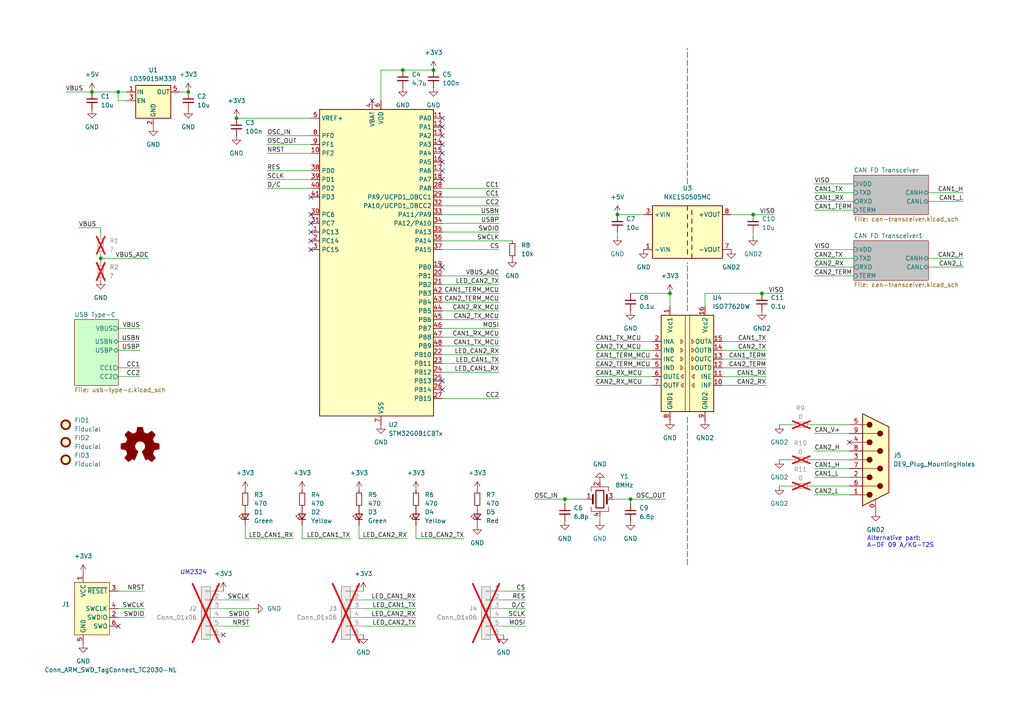
<source format=kicad_sch>
(kicad_sch (version 20231120) (generator "eeschema") (generator_version "8.0")
  (paper "A4")
  (title_block (title "Canis v1"))
  (lib_symbols
    (symbol "Connector:Conn_ARM_SWD_TagConnect_TC2030-NL" (in_bom no)
      (property "Reference" "J" (at 2.54 11.43 0))
      (property "Value" "Conn_ARM_SWD_TagConnect_TC2030-NL" (at 2.54 8.89 0))
      (symbol "Conn_ARM_SWD_TagConnect_TC2030-NL_0_0"
        (pin power_in line (at -2.54 10.16 270) (length 2.54) (name "VCC") (number "1"))
        (pin bidirectional line (at 7.62 -2.54 180) (length 2.54) (name "SWDIO") (number "2"))
        (pin open_collector line (at 7.62 5.08 180) (length 2.54) (name "~{RESET}") (number "3"))
        (pin output line (at 7.62 0 180) (length 2.54) (name "SWCLK") (number "4"))
        (pin power_in line (at -2.54 -10.16 90) (length 2.54) (name "GND") (number "5"))
        (pin input line (at 7.62 -5.08 180) (length 2.54) (name "SWO") (number "6"))
      )
    )
    (symbol "Connector:DE9_Plug_MountingHoles" (pin_names (offset 1.016) hide)
      (property "Reference" "J" (at 0 16.51 0))
      (property "Value" "DE9_Plug_MountingHoles" (at 0 14.605 0))
      (symbol "DE9_Plug_MountingHoles_1_1"
        (pin passive line (at 0 -15.24 90) (length 3.81) (name "PAD") (number "0"))
        (pin passive line (at -7.62 -10.16 0) (length 3.81) (name "1") (number "1"))
        (pin passive line (at -7.62 -5.08 0) (length 3.81) (name "2") (number "2"))
        (pin passive line (at -7.62 0 0) (length 3.81) (name "3") (number "3"))
        (pin passive line (at -7.62 5.08 0) (length 3.81) (name "4") (number "4"))
        (pin passive line (at -7.62 10.16 0) (length 3.81) (name "5") (number "5"))
        (pin passive line (at -7.62 -7.62 0) (length 3.81) (name "6") (number "6"))
        (pin passive line (at -7.62 -2.54 0) (length 3.81) (name "7") (number "7"))
        (pin passive line (at -7.62 2.54 0) (length 3.81) (name "8") (number "8"))
        (pin passive line (at -7.62 7.62 0) (length 3.81) (name "9") (number "9"))
      )
    )
    (symbol "Connector_Generic:Conn_01x06" (pin_names (offset 1.016) hide)
      (property "Reference" "J" (at 0 7.62 0))
      (property "Value" "Conn_01x06" (at 0 -10.16 0))
      (symbol "Conn_01x06_1_1"
        (pin passive line (at -5.08 5.08 0) (length 3.81) (name "Pin_1") (number "1"))
        (pin passive line (at -5.08 2.54 0) (length 3.81) (name "Pin_2") (number "2"))
        (pin passive line (at -5.08 0 0) (length 3.81) (name "Pin_3") (number "3"))
        (pin passive line (at -5.08 -2.54 0) (length 3.81) (name "Pin_4") (number "4"))
        (pin passive line (at -5.08 -5.08 0) (length 3.81) (name "Pin_5") (number "5"))
        (pin passive line (at -5.08 -7.62 0) (length 3.81) (name "Pin_6") (number "6"))
      )
    )
    (symbol "Device:C_Small" (pin_numbers hide) (pin_names (offset 0.254) hide)
      (property "Reference" "C" (at 0.254 1.778 0))
      (property "Value" "C_Small" (at 0.254 -2.032 0))
      (symbol "C_Small_1_1"
        (pin passive line (at 0 2.54 270) (length 2.032) (name "~") (number "1"))
        (pin passive line (at 0 -2.54 90) (length 2.032) (name "~") (number "2"))
      )
    )
    (symbol "Device:Crystal_GND24" (pin_names (offset 1.016) hide)
      (property "Reference" "Y" (at 3.175 5.08 0))
      (property "Value" "Crystal_GND24" (at 3.175 3.175 0))
      (symbol "Crystal_GND24_1_1"
        (pin passive line (at -3.81 0 0) (length 1.27) (name "1") (number "1"))
        (pin passive line (at 0 5.08 270) (length 1.27) (name "2") (number "2"))
        (pin passive line (at 3.81 0 180) (length 1.27) (name "3") (number "3"))
        (pin passive line (at 0 -5.08 90) (length 1.27) (name "4") (number "4"))
      )
    )
    (symbol "Device:LED_Small" (pin_numbers hide) (pin_names (offset 0.254) hide)
      (property "Reference" "D" (at -1.27 3.175 0))
      (property "Value" "LED_Small" (at -4.445 -2.54 0))
      (symbol "LED_Small_1_1"
        (pin passive line (at -2.54 0 0) (length 1.778) (name "K") (number "1"))
        (pin passive line (at 2.54 0 180) (length 1.778) (name "A") (number "2"))
      )
    )
    (symbol "Device:R_Small" (pin_numbers hide) (pin_names (offset 0.254) hide)
      (property "Reference" "R" (at 0.762 0.508 0))
      (property "Value" "R_Small" (at 0.762 -1.016 0))
      (symbol "R_Small_1_1"
        (pin passive line (at 0 2.54 270) (length 0.762) (name "~") (number "1"))
        (pin passive line (at 0 -2.54 90) (length 0.762) (name "~") (number "2"))
      )
    )
    (symbol "Graphic:Logo_Open_Hardware_Small" (in_bom no) (on_board no))
    (symbol "Isolator:ISO7762DW"
      (property "Reference" "U" (at 8.255 14.605 0))
      (property "Value" "ISO7762DW" (at 8.255 12.065 0))
      (symbol "ISO7762DW_1_1"
        (pin power_in line (at -5.08 17.78 270) (length 2.54) (name "Vcc1") (number "1"))
        (pin input line (at 10.16 -5.08 180) (length 2.54) (name "INF") (number "10"))
        (pin input line (at 10.16 -2.54 180) (length 2.54) (name "INE") (number "11"))
        (pin output line (at 10.16 0 180) (length 2.54) (name "OUTD") (number "12"))
        (pin output line (at 10.16 2.54 180) (length 2.54) (name "OUTC") (number "13"))
        (pin output line (at 10.16 5.08 180) (length 2.54) (name "OUTB") (number "14"))
        (pin output line (at 10.16 7.62 180) (length 2.54) (name "OUTA") (number "15"))
        (pin power_in line (at 5.08 17.78 270) (length 2.54) (name "Vcc2") (number "16"))
        (pin input line (at -10.16 7.62 0) (length 2.54) (name "INA") (number "2"))
        (pin input line (at -10.16 5.08 0) (length 2.54) (name "INB") (number "3"))
        (pin input line (at -10.16 2.54 0) (length 2.54) (name "INC") (number "4"))
        (pin input line (at -10.16 0 0) (length 2.54) (name "IND") (number "5"))
        (pin output line (at -10.16 -2.54 0) (length 2.54) (name "OUTE") (number "6"))
        (pin output line (at -10.16 -5.08 0) (length 2.54) (name "OUTF") (number "7"))
        (pin power_in line (at -5.08 -15.24 90) (length 2.54) (name "GND1") (number "8"))
        (pin power_in line (at 5.08 -15.24 90) (length 2.54) (name "GND2") (number "9"))
      )
    )
    (symbol "MCU_ST_STM32G0:STM32G0B1CBTx"
      (property "Reference" "U" (at -15.24 46.99 0))
      (property "Value" "STM32G0B1CBTx" (at 5.08 46.99 0))
      (symbol "STM32G0B1CBTx_1_1"
        (pin bidirectional line (at -17.78 10.16 0) (length 2.54) (name "PC13") (number "1"))
        (pin bidirectional line (at -17.78 33.02 0) (length 2.54) (name "PF2") (number "10"))
        (pin bidirectional line (at 20.32 43.18 180) (length 2.54) (name "PA0") (number "11"))
        (pin bidirectional line (at 20.32 40.64 180) (length 2.54) (name "PA1") (number "12"))
        (pin bidirectional line (at 20.32 38.1 180) (length 2.54) (name "PA2") (number "13"))
        (pin bidirectional line (at 20.32 35.56 180) (length 2.54) (name "PA3") (number "14"))
        (pin bidirectional line (at 20.32 33.02 180) (length 2.54) (name "PA4") (number "15"))
        (pin bidirectional line (at 20.32 30.48 180) (length 2.54) (name "PA5") (number "16"))
        (pin bidirectional line (at 20.32 27.94 180) (length 2.54) (name "PA6") (number "17"))
        (pin bidirectional line (at 20.32 25.4 180) (length 2.54) (name "PA7") (number "18"))
        (pin bidirectional line (at 20.32 0 180) (length 2.54) (name "PB0") (number "19"))
        (pin bidirectional line (at -17.78 7.62 0) (length 2.54) (name "PC14") (number "2"))
        (pin bidirectional line (at 20.32 -2.54 180) (length 2.54) (name "PB1") (number "20"))
        (pin bidirectional line (at 20.32 -5.08 180) (length 2.54) (name "PB2") (number "21"))
        (pin bidirectional line (at 20.32 -25.4 180) (length 2.54) (name "PB10") (number "22"))
        (pin bidirectional line (at 20.32 -27.94 180) (length 2.54) (name "PB11") (number "23"))
        (pin bidirectional line (at 20.32 -30.48 180) (length 2.54) (name "PB12") (number "24"))
        (pin bidirectional line (at 20.32 -33.02 180) (length 2.54) (name "PB13") (number "25"))
        (pin bidirectional line (at 20.32 -35.56 180) (length 2.54) (name "PB14") (number "26"))
        (pin bidirectional line (at 20.32 -38.1 180) (length 2.54) (name "PB15") (number "27"))
        (pin bidirectional line (at 20.32 22.86 180) (length 2.54) (name "PA8") (number "28"))
        (pin bidirectional line (at 20.32 20.32 180) (length 2.54) (name "PA9/UCPD1_DBCC1") (number "29"))
        (pin bidirectional line (at -17.78 5.08 0) (length 2.54) (name "PC15") (number "3"))
        (pin bidirectional line (at -17.78 15.24 0) (length 2.54) (name "PC6") (number "30"))
        (pin bidirectional line (at -17.78 12.7 0) (length 2.54) (name "PC7") (number "31"))
        (pin bidirectional line (at 20.32 17.78 180) (length 2.54) (name "PA10/UCPD1_DBCC2") (number "32"))
        (pin bidirectional line (at 20.32 15.24 180) (length 2.54) (name "PA11/PA9") (number "33"))
        (pin bidirectional line (at 20.32 12.7 180) (length 2.54) (name "PA12/PA10") (number "34"))
        (pin bidirectional line (at 20.32 10.16 180) (length 2.54) (name "PA13") (number "35"))
        (pin bidirectional line (at 20.32 7.62 180) (length 2.54) (name "PA14") (number "36"))
        (pin bidirectional line (at 20.32 5.08 180) (length 2.54) (name "PA15") (number "37"))
        (pin bidirectional line (at -17.78 27.94 0) (length 2.54) (name "PD0") (number "38"))
        (pin bidirectional line (at -17.78 25.4 0) (length 2.54) (name "PD1") (number "39"))
        (pin power_in line (at 0 48.26 270) (length 2.54) (name "VBAT") (number "4"))
        (pin bidirectional line (at -17.78 22.86 0) (length 2.54) (name "PD2") (number "40"))
        (pin bidirectional line (at -17.78 20.32 0) (length 2.54) (name "PD3") (number "41"))
        (pin bidirectional line (at 20.32 -7.62 180) (length 2.54) (name "PB3") (number "42"))
        (pin bidirectional line (at 20.32 -10.16 180) (length 2.54) (name "PB4") (number "43"))
        (pin bidirectional line (at 20.32 -12.7 180) (length 2.54) (name "PB5") (number "44"))
        (pin bidirectional line (at 20.32 -15.24 180) (length 2.54) (name "PB6") (number "45"))
        (pin bidirectional line (at 20.32 -17.78 180) (length 2.54) (name "PB7") (number "46"))
        (pin bidirectional line (at 20.32 -20.32 180) (length 2.54) (name "PB8") (number "47"))
        (pin bidirectional line (at 20.32 -22.86 180) (length 2.54) (name "PB9") (number "48"))
        (pin input line (at -17.78 43.18 0) (length 2.54) (name "VREF+") (number "5"))
        (pin power_in line (at 2.54 48.26 270) (length 2.54) (name "VDD") (number "6"))
        (pin power_in line (at 2.54 -45.72 90) (length 2.54) (name "VSS") (number "7"))
        (pin bidirectional line (at -17.78 38.1 0) (length 2.54) (name "PF0") (number "8"))
        (pin bidirectional line (at -17.78 35.56 0) (length 2.54) (name "PF1") (number "9"))
      )
    )
    (symbol "Mechanical:Fiducial" (exclude_from_sim yes) (in_bom no)
      (property "Reference" "FID" (at 0 5.08 0))
      (property "Value" "Fiducial" (at 0 3.175 0))
    )
    (symbol "Regulator_Linear:LD39015M33R" (pin_names (offset 0.254))
      (property "Reference" "U" (at -3.81 5.715 0))
      (property "Value" "LD39015M33R" (at 0 5.715 0))
      (symbol "LD39015M33R_1_1"
        (pin power_in line (at -7.62 2.54 0) (length 2.54) (name "IN") (number "1"))
        (pin power_in line (at 0 -7.62 90) (length 2.54) (name "GND") (number "2"))
        (pin input line (at -7.62 0 0) (length 2.54) (name "EN") (number "3"))
        (pin no_connect line (at 5.08 0 180) (length 2.54) hide (name "NC") (number "4"))
        (pin power_out line (at 7.62 2.54 180) (length 2.54) (name "OUT") (number "5"))
      )
    )
    (symbol "Regulator_Switching:NXE1S0505MC"
      (property "Reference" "U" (at -8.89 8.89 0))
      (property "Value" "NXE1S0505MC" (at 2.54 8.89 0))
      (symbol "NXE1S0505MC_1_1"
        (pin power_in line (at -12.7 -5.08 0) (length 2.54) (name "-VIN") (number "1"))
        (pin no_connect line (at -10.16 0 0) (length 2.54) hide (name "NC") (number "14"))
        (pin power_in line (at -12.7 5.08 0) (length 2.54) (name "+VIN") (number "3"))
        (pin power_out line (at 12.7 -5.08 180) (length 2.54) (name "-VOUT") (number "7"))
        (pin power_out line (at 12.7 5.08 180) (length 2.54) (name "+VOUT") (number "8"))
      )
    )
    (symbol "power:+3V3" (power) (pin_numbers hide) (pin_names (offset 0) hide)
      (property "Value" "+3V3" (at 0 3.556 0))
      (symbol "+3V3_1_1"
        (pin power_in line (at 0 0 90) (length 0) (name "~") (number "1"))
      )
    )
    (symbol "power:+5V" (power) (pin_numbers hide) (pin_names (offset 0) hide)
      (property "Value" "+5V" (at 0 3.556 0))
      (symbol "+5V_1_1"
        (pin power_in line (at 0 0 90) (length 0) (name "~") (number "1"))
      )
    )
    (symbol "power:GND" (power) (pin_numbers hide) (pin_names (offset 0) hide)
      (property "Value" "GND" (at 0 -3.81 0))
      (symbol "GND_1_1"
        (pin power_in line (at 0 0 270) (length 0) (name "~") (number "1"))
      )
    )
    (symbol "power:GND1" (power) (pin_numbers hide) (pin_names (offset 0) hide)
      (property "Value" "GND1" (at 0 -3.81 0))
      (symbol "GND1_1_1"
        (pin power_in line (at 0 0 270) (length 0) (name "~") (number "1"))
      )
    )
  )
  (junction (at 116.84 20.32))
  (junction (at 182.88 144.78))
  (junction (at 26.67 26.67))
  (junction (at 163.83 144.78))
  (junction (at 54.61 26.67))
  (junction (at 68.58 34.29))
  (junction (at 220.98 85.09))
  (junction (at 125.73 20.32))
  (junction (at 34.29 26.67))
  (junction (at 29.21 74.93))
  (junction (at 194.31 85.09))
  (junction (at 218.44 62.23))
  (junction (at 179.07 62.23))
  (no_connect (at 128.27 34.29))
  (no_connect (at 128.27 39.37))
  (no_connect (at 128.27 77.47))
  (no_connect (at 128.27 110.49))
  (no_connect (at 90.17 67.31))
  (no_connect (at 90.17 69.85))
  (no_connect (at 34.29 181.61))
  (no_connect (at 128.27 113.03))
  (no_connect (at 64.77 184.15))
  (no_connect (at 107.95 29.21))
  (no_connect (at 128.27 36.83))
  (no_connect (at 128.27 52.07))
  (no_connect (at 246.38 128.27))
  (no_connect (at 128.27 49.53))
  (no_connect (at 90.17 72.39))
  (no_connect (at 90.17 57.15))
  (no_connect (at 128.27 46.99))
  (no_connect (at 128.27 41.91))
  (no_connect (at 90.17 62.23))
  (no_connect (at 90.17 64.77))
  (no_connect (at 128.27 44.45))
  (wire (pts (xy 172.72 111.76) (xy 189.23 111.76)))
  (wire (pts (xy 128.27 85.09) (xy 144.78 85.09)))
  (wire (pts (xy 146.05 179.07) (xy 152.4 179.07)))
  (wire (pts (xy 209.55 111.76) (xy 222.25 111.76)))
  (wire (pts (xy 128.27 72.39) (xy 144.78 72.39)))
  (wire (pts (xy 36.83 29.21) (xy 34.29 29.21)))
  (wire (pts (xy 77.47 41.91) (xy 90.17 41.91)))
  (wire (pts (xy 110.49 29.21) (xy 110.49 20.32)))
  (wire (pts (xy 226.06 133.35) (xy 229.87 133.35)))
  (wire (pts (xy 236.22 80.01) (xy 247.65 80.01)))
  (wire (pts (xy 41.91 171.45) (xy 34.29 171.45)))
  (wire (pts (xy 269.24 77.47) (xy 279.4 77.47)))
  (wire (pts (xy 172.72 101.6) (xy 189.23 101.6)))
  (wire (pts (xy 269.24 55.88) (xy 279.4 55.88)))
  (wire (pts (xy 163.83 146.05) (xy 163.83 144.78)))
  (wire (pts (xy 29.21 66.04) (xy 29.21 68.58)))
  (wire (pts (xy 128.27 95.25) (xy 144.78 95.25)))
  (wire (pts (xy 34.29 99.06) (xy 40.64 99.06)))
  (polyline (pts (xy 199.39 90.17) (xy 199.39 76.2)) (stroke (width 0) (type dash)))
  (wire (pts (xy 128.27 102.87) (xy 144.78 102.87)))
  (wire (pts (xy 146.05 173.99) (xy 152.4 173.99)))
  (wire (pts (xy 128.27 105.41) (xy 144.78 105.41)))
  (wire (pts (xy 236.22 58.42) (xy 247.65 58.42)))
  (wire (pts (xy 236.22 138.43) (xy 246.38 138.43)))
  (polyline (pts (xy 199.39 163.83) (xy 199.39 120.65)) (stroke (width 0) (type dash)))
  (wire (pts (xy 128.27 82.55) (xy 144.78 82.55)))
  (wire (pts (xy 236.22 135.89) (xy 246.38 135.89)))
  (wire (pts (xy 234.95 133.35) (xy 246.38 133.35)))
  (wire (pts (xy 68.58 34.29) (xy 90.17 34.29)))
  (wire (pts (xy 172.72 104.14) (xy 189.23 104.14)))
  (wire (pts (xy 182.88 144.78) (xy 182.88 146.05)))
  (wire (pts (xy 72.39 179.07) (xy 64.77 179.07)))
  (wire (pts (xy 172.72 99.06) (xy 189.23 99.06)))
  (wire (pts (xy 105.41 173.99) (xy 120.65 173.99)))
  (wire (pts (xy 236.22 77.47) (xy 247.65 77.47)))
  (wire (pts (xy 34.29 106.68) (xy 40.64 106.68)))
  (wire (pts (xy 71.12 156.21) (xy 85.09 156.21)))
  (wire (pts (xy 236.22 74.93) (xy 247.65 74.93)))
  (wire (pts (xy 236.22 55.88) (xy 247.65 55.88)))
  (wire (pts (xy 77.47 49.53) (xy 90.17 49.53)))
  (wire (pts (xy 105.41 176.53) (xy 120.65 176.53)))
  (wire (pts (xy 128.27 62.23) (xy 144.78 62.23)))
  (wire (pts (xy 218.44 62.23) (xy 224.79 62.23)))
  (wire (pts (xy 209.55 104.14) (xy 222.25 104.14)))
  (wire (pts (xy 34.29 176.53) (xy 41.91 176.53)))
  (wire (pts (xy 77.47 52.07) (xy 90.17 52.07)))
  (wire (pts (xy 105.41 179.07) (xy 120.65 179.07)))
  (wire (pts (xy 179.07 62.23) (xy 186.69 62.23)))
  (wire (pts (xy 194.31 85.09) (xy 194.31 88.9)))
  (wire (pts (xy 209.55 106.68) (xy 222.25 106.68)))
  (wire (pts (xy 116.84 20.32) (xy 125.73 20.32)))
  (wire (pts (xy 87.63 152.4) (xy 87.63 156.21)))
  (wire (pts (xy 128.27 54.61) (xy 144.78 54.61)))
  (wire (pts (xy 34.29 101.6) (xy 40.64 101.6)))
  (wire (pts (xy 71.12 152.4) (xy 71.12 156.21)))
  (wire (pts (xy 34.29 95.25) (xy 40.64 95.25)))
  (wire (pts (xy 77.47 54.61) (xy 90.17 54.61)))
  (wire (pts (xy 128.27 57.15) (xy 144.78 57.15)))
  (wire (pts (xy 87.63 156.21) (xy 101.6 156.21)))
  (wire (pts (xy 182.88 85.09) (xy 194.31 85.09)))
  (wire (pts (xy 236.22 53.34) (xy 247.65 53.34)))
  (wire (pts (xy 146.05 181.61) (xy 152.4 181.61)))
  (wire (pts (xy 36.83 26.67) (xy 34.29 26.67)))
  (wire (pts (xy 34.29 26.67) (xy 26.67 26.67)))
  (wire (pts (xy 22.86 66.04) (xy 29.21 66.04)))
  (wire (pts (xy 269.24 74.93) (xy 279.4 74.93)))
  (wire (pts (xy 128.27 67.31) (xy 144.78 67.31)))
  (polyline (pts (xy 199.39 53.34) (xy 199.39 13.97)) (stroke (width 0) (type dash)))
  (wire (pts (xy 128.27 69.85) (xy 148.59 69.85)))
  (wire (pts (xy 128.27 100.33) (xy 144.78 100.33)))
  (wire (pts (xy 120.65 152.4) (xy 120.65 156.21)))
  (wire (pts (xy 105.41 181.61) (xy 120.65 181.61)))
  (wire (pts (xy 120.65 156.21) (xy 134.62 156.21)))
  (wire (pts (xy 43.18 74.93) (xy 29.21 74.93)))
  (wire (pts (xy 227.33 85.09) (xy 220.98 85.09)))
  (wire (pts (xy 236.22 130.81) (xy 246.38 130.81)))
  (wire (pts (xy 144.78 115.57) (xy 128.27 115.57)))
  (wire (pts (xy 128.27 64.77) (xy 144.78 64.77)))
  (wire (pts (xy 173.99 151.13) (xy 173.99 149.86)))
  (wire (pts (xy 226.06 140.97) (xy 229.87 140.97)))
  (wire (pts (xy 104.14 152.4) (xy 104.14 156.21)))
  (wire (pts (xy 209.55 99.06) (xy 222.25 99.06)))
  (wire (pts (xy 163.83 144.78) (xy 170.18 144.78)))
  (wire (pts (xy 146.05 171.45) (xy 152.4 171.45)))
  (wire (pts (xy 29.21 73.66) (xy 29.21 74.93)))
  (wire (pts (xy 128.27 90.17) (xy 144.78 90.17)))
  (wire (pts (xy 19.05 26.67) (xy 26.67 26.67)))
  (wire (pts (xy 220.98 85.09) (xy 204.47 85.09)))
  (wire (pts (xy 154.94 144.78) (xy 163.83 144.78)))
  (wire (pts (xy 234.95 140.97) (xy 246.38 140.97)))
  (wire (pts (xy 73.66 176.53) (xy 64.77 176.53)))
  (wire (pts (xy 209.55 109.22) (xy 222.25 109.22)))
  (wire (pts (xy 77.47 44.45) (xy 90.17 44.45)))
  (wire (pts (xy 77.47 39.37) (xy 90.17 39.37)))
  (wire (pts (xy 52.07 26.67) (xy 54.61 26.67)))
  (wire (pts (xy 34.29 29.21) (xy 34.29 26.67)))
  (wire (pts (xy 193.04 144.78) (xy 182.88 144.78)))
  (wire (pts (xy 204.47 85.09) (xy 204.47 88.9)))
  (wire (pts (xy 172.72 106.68) (xy 189.23 106.68)))
  (wire (pts (xy 172.72 109.22) (xy 189.23 109.22)))
  (wire (pts (xy 128.27 87.63) (xy 144.78 87.63)))
  (wire (pts (xy 72.39 173.99) (xy 64.77 173.99)))
  (wire (pts (xy 128.27 80.01) (xy 144.78 80.01)))
  (wire (pts (xy 41.91 179.07) (xy 34.29 179.07)))
  (wire (pts (xy 29.21 74.93) (xy 29.21 76.2)))
  (wire (pts (xy 209.55 101.6) (xy 222.25 101.6)))
  (wire (pts (xy 128.27 107.95) (xy 144.78 107.95)))
  (wire (pts (xy 110.49 20.32) (xy 116.84 20.32)))
  (wire (pts (xy 279.4 58.42) (xy 269.24 58.42)))
  (wire (pts (xy 128.27 97.79) (xy 144.78 97.79)))
  (wire (pts (xy 72.39 181.61) (xy 64.77 181.61)))
  (wire (pts (xy 179.07 68.58) (xy 179.07 67.31)))
  (wire (pts (xy 236.22 60.96) (xy 247.65 60.96)))
  (wire (pts (xy 218.44 67.31) (xy 218.44 68.58)))
  (wire (pts (xy 212.09 62.23) (xy 218.44 62.23)))
  (wire (pts (xy 34.29 109.22) (xy 40.64 109.22)))
  (wire (pts (xy 234.95 123.19) (xy 246.38 123.19)))
  (wire (pts (xy 177.8 144.78) (xy 182.88 144.78)))
  (wire (pts (xy 128.27 59.69) (xy 144.78 59.69)))
  (wire (pts (xy 236.22 125.73) (xy 246.38 125.73)))
  (wire (pts (xy 104.14 156.21) (xy 118.11 156.21)))
  (wire (pts (xy 146.05 176.53) (xy 152.4 176.53)))
  (wire (pts (xy 128.27 92.71) (xy 144.78 92.71)))
  (wire (pts (xy 236.22 72.39) (xy 247.65 72.39)))
  (wire (pts (xy 236.22 143.51) (xy 246.38 143.51)))
  (wire (pts (xy 226.06 123.19) (xy 229.87 123.19)))
  (text "UM2324" (at 56.134 166.116 0) (effects (font (size 1.27 1.27))))
  (text "Alternative part:\nA-DF 09 A/KG-T2S" (at 251.46 157.226 0) (effects (font (size 1.27 1.27)) (justify left)))
  (label "CC1" (at 40.64 106.68 180))
  (label "CAN1_H" (at 236.22 135.89 0))
  (label "SWCLK" (at 41.91 176.53 180))
  (label "LED_CAN1_TX" (at 120.65 176.53 180))
  (label "USBN" (at 40.64 99.06 180))
  (label "USBP" (at 40.64 101.6 180))
  (label "CAN2_L" (at 236.22 143.51 0))
  (label "LED_CAN2_TX" (at 144.78 82.55 180))
  (label "LED_CAN1_RX" (at 144.78 107.95 180))
  (label "USBP" (at 144.78 64.77 180))
  (label "CC1" (at 144.78 57.15 180))
  (label "CAN2_TERM" (at 222.25 106.68 180))
  (label "LED_CAN1_TX" (at 101.6 156.21 180))
  (label "CAN2_TERM_MCU" (at 144.78 87.63 180))
  (label "VISO" (at 236.22 72.39 0))
  (label "SWDIO" (at 144.78 67.31 180))
  (label "CAN1_RX_MCU" (at 172.72 109.22 0))
  (label "VISO" (at 227.33 85.09 180))
  (label "SWCLK" (at 144.78 69.85 180))
  (label "RES" (at 152.4 173.99 180))
  (label "CAN2_TX" (at 236.22 74.93 0))
  (label "LED_CAN1_TX" (at 144.78 105.41 180))
  (label "CAN2_L" (at 279.4 77.47 180))
  (label "CAN1_L" (at 279.4 58.42 180))
  (label "CAN1_RX" (at 222.25 109.22 180))
  (label "OSC_IN" (at 154.94 144.78 0))
  (label "NRST" (at 77.47 44.45 0))
  (label "CC2" (at 144.78 115.57 180))
  (label "LED_CAN2_RX" (at 144.78 102.87 180))
  (label "CAN2_TERM_MCU" (at 172.72 106.68 0))
  (label "CC1" (at 144.78 54.61 180))
  (label "CAN1_TERM" (at 236.22 60.96 0))
  (label "CAN2_TX_MCU" (at 144.78 92.71 180))
  (label "VISO" (at 224.79 62.23 180))
  (label "CS" (at 152.4 171.45 180))
  (label "OSC_IN" (at 77.47 39.37 0))
  (label "LED_CAN1_RX" (at 85.09 156.21 180))
  (label "LED_CAN2_TX" (at 134.62 156.21 180))
  (label "D{slash}C" (at 152.4 176.53 180))
  (label "CAN1_H" (at 279.4 55.88 180))
  (label "CAN1_TX_MCU" (at 172.72 99.06 0))
  (label "CAN1_RX" (at 236.22 58.42 0))
  (label "CAN1_TX" (at 236.22 55.88 0))
  (label "OSC_OUT" (at 77.47 41.91 0))
  (label "SWDIO" (at 72.39 179.07 180))
  (label "CAN2_TX_MCU" (at 172.72 101.6 0))
  (label "CAN1_TX" (at 222.25 99.06 180))
  (label "CAN2_RX" (at 236.22 77.47 0))
  (label "LED_CAN2_TX" (at 120.65 181.61 180))
  (label "USBN" (at 144.78 62.23 180))
  (label "LED_CAN2_RX" (at 120.65 179.07 180))
  (label "VBUS" (at 19.05 26.67 0))
  (label "VBUS_ADC" (at 144.78 80.01 180))
  (label "LED_CAN2_RX" (at 118.11 156.21 180))
  (label "NRST" (at 41.91 171.45 180))
  (label "SWCLK" (at 72.39 173.99 180))
  (label "CC2" (at 40.64 109.22 180))
  (label "CAN_V+" (at 236.22 125.73 0))
  (label "CAN1_RX_MCU" (at 144.78 97.79 180))
  (label "CAN2_H" (at 279.4 74.93 180))
  (label "VBUS" (at 40.64 95.25 180))
  (label "CC2" (at 144.78 59.69 180))
  (label "SCLK" (at 152.4 179.07 180))
  (label "SWDIO" (at 41.91 179.07 180))
  (label "NRST" (at 72.39 181.61 180))
  (label "RES" (at 77.47 49.53 0))
  (label "CAN1_TERM_MCU" (at 144.78 85.09 180))
  (label "MOSI" (at 152.4 181.61 180))
  (label "CAN2_H" (at 236.22 130.81 0))
  (label "CAN2_TERM" (at 236.22 80.01 0))
  (label "CAN1_L" (at 236.22 138.43 0))
  (label "MOSI" (at 144.78 95.25 180))
  (label "CAN2_TX" (at 222.25 101.6 180))
  (label "SCLK" (at 77.47 52.07 0))
  (label "CAN2_RX_MCU" (at 172.72 111.76 0))
  (label "CAN2_RX" (at 222.25 111.76 180))
  (label "CAN1_TERM" (at 222.25 104.14 180))
  (label "D{slash}C" (at 77.47 54.61 0))
  (label "VBUS" (at 22.86 66.04 0))
  (label "LED_CAN1_RX" (at 120.65 173.99 180))
  (label "CAN1_TERM_MCU" (at 172.72 104.14 0))
  (label "CAN1_TX_MCU" (at 144.78 100.33 180))
  (label "CS" (at 144.78 72.39 180))
  (label "OSC_OUT" (at 193.04 144.78 180))
  (label "CAN2_RX_MCU" (at 144.78 90.17 180))
  (label "VBUS_ADC" (at 43.18 74.93 180))
  (label "VISO" (at 236.22 53.34 0))
  (symbol (lib_id "Device:R_Small") (at 29.21 78.74 0) (unit 1) (dnp yes)
    (property "Reference" "R2" (at 31.75 77.4699 0) (effects (justify left)))
    (property "Value" "?" (at 31.75 80.0099 0) (effects (justify left)))
    (property "Footprint" "Resistor_SMD:R_0603_1608Metric" (effects (hide yes)))
    (property "Description" "Resistor, small symbol" (effects (hide yes)))
  )
  (symbol (lib_id "Graphic:Logo_Open_Hardware_Small") (at 40.64 129.54 0) (unit 1) (exclude_from_sim yes) (in_bom no)
    (property "Reference" "SYM1" (effects (hide yes)))
    (property "Value" "Logo_Open_Hardware_Small" (effects (hide yes)))
    (property "Footprint" "Symbol:OSHW-Logo_5.7x6mm_SilkScreen" (effects (hide yes)))
    (property "Description" "Open Hardware logo, small" (effects (hide yes)))
  )
  (symbol (lib_id "Device:R_Small") (at 71.12 144.78 0) (unit 1)
    (property "Reference" "R3" (at 73.66 143.5099 0) (effects (justify left)))
    (property "Value" "470" (at 73.66 146.0499 0) (effects (justify left)))
    (property "Footprint" "Resistor_SMD:R_0603_1608Metric" (effects (hide yes)))
    (property "Description" "Resistor, small symbol" (effects (hide yes)))
    (property "MPN" "560112116067" (effects (hide yes)))
  )
  (symbol (lib_id "Mechanical:Fiducial") (at 19.05 123.19 0) (unit 1) (exclude_from_sim yes) (in_bom no)
    (property "Reference" "FID1" (at 21.59 121.9199 0) (effects (justify left)))
    (property "Value" "Fiducial" (at 21.59 124.4599 0) (effects (justify left)))
    (property "Footprint" "Fiducial:Fiducial_1.5mm_Mask3mm" (effects (hide yes)))
    (property "Description" "Fiducial Marker" (effects (hide yes)))
  )
  (symbol (lib_id "power:GND") (at 173.99 139.7 180) (unit 1)
    (property "Reference" "#PWR028" (effects (hide yes)))
    (property "Value" "GND" (at 173.99 134.62 0))
    (property "Description" "Power symbol creates a global label with name \"GND\" , ground" (effects (hide yes)))
  )
  (symbol (lib_id "power:GND") (at 182.88 90.17 0) (unit 1)
    (property "Reference" "#PWR032" (effects (hide yes)))
    (property "Value" "GND" (at 182.88 95.25 0))
    (property "Description" "Power symbol creates a global label with name \"GND\" , ground" (effects (hide yes)))
  )
  (symbol (lib_id "power:GND") (at 179.07 68.58 0) (unit 1)
    (property "Reference" "#PWR031" (effects (hide yes)))
    (property "Value" "GND" (at 179.07 73.66 0))
    (property "Description" "Power symbol creates a global label with name \"GND\" , ground" (effects (hide yes)))
  )
  (symbol (lib_id "power:GND") (at 125.73 25.4 0) (unit 1)
    (property "Reference" "#PWR022" (effects (hide yes)))
    (property "Value" "GND" (at 125.73 30.48 0))
    (property "Description" "Power symbol creates a global label with name \"GND\" , ground" (effects (hide yes)))
  )
  (symbol (lib_id "Device:R_Small") (at 232.41 140.97 90) (unit 1) (dnp yes)
    (property "Reference" "R11" (at 232.156 136.144 90))
    (property "Value" "0" (at 232.156 138.684 90))
    (property "Footprint" "Resistor_SMD:R_0603_1608Metric" (effects (hide yes)))
    (property "Description" "Resistor, small symbol" (effects (hide yes)))
    (property "MPN" "560112116001" (effects (hide yes)))
  )
  (symbol (lib_id "power:GND1") (at 226.06 133.35 0) (unit 1)
    (property "Reference" "#PWR042" (effects (hide yes)))
    (property "Value" "GND2" (at 226.06 138.43 0))
    (property "Description" "Power symbol creates a global label with name \"GND1\" , ground" (effects (hide yes)))
  )
  (symbol (lib_id "power:+3V3") (at 194.31 85.09 0) (unit 1)
    (property "Reference" "#PWR035" (effects (hide yes)))
    (property "Value" "+3V3" (at 194.31 80.01 0))
    (property "Description" "Power symbol creates a global label with name \"+3V3\"" (effects (hide yes)))
  )
  (symbol (lib_id "power:GND") (at 26.67 31.75 0) (unit 1)
    (property "Reference" "#PWR04" (effects (hide yes)))
    (property "Value" "GND" (at 26.67 36.83 0))
    (property "Description" "Power symbol creates a global label with name \"GND\" , ground" (effects (hide yes)))
  )
  (symbol (lib_id "MCU_ST_STM32G0:STM32G0B1CBTx") (at 107.95 77.47 0) (unit 1)
    (property "Reference" "U2" (at 112.6841 123.19 0) (effects (justify left)))
    (property "Value" "STM32G0B1CBTx" (at 112.6841 125.73 0) (effects (justify left)))
    (property "Footprint" "Package_QFP:LQFP-48_7x7mm_P0.5mm" (effects (hide yes)))
    (property "Datasheet" "https://www.st.com/resource/en/datasheet/stm32g0b1cb.pdf" (effects (hide yes)))
    (property "Description" "STMicroelectronics Arm Cortex-M0+ MCU, 128KB flash, 144KB RAM, 64 MHz, 1.7-3.6V, 44 GPIO, LQFP48" (effects (hide yes)))
  )
  (symbol (lib_id "Device:C_Small") (at 163.83 148.59 0) (unit 1)
    (property "Reference" "C6" (at 166.37 147.3262 0) (effects (justify left)))
    (property "Value" "6.8p" (at 166.37 149.8662 0) (effects (justify left)))
    (property "Footprint" "Capacitor_SMD:C_0603_1608Metric" (effects (hide yes)))
    (property "Description" "Unpolarized capacitor, small symbol" (effects (hide yes)))
    (property "MPN" "885012006050" (effects (hide yes)))
  )
  (symbol (lib_id "power:GND") (at 105.41 184.15 0) (unit 1)
    (property "Reference" "#PWR017" (effects (hide yes)))
    (property "Value" "GND" (at 105.41 189.23 0))
    (property "Description" "Power symbol creates a global label with name \"GND\" , ground" (effects (hide yes)))
  )
  (symbol (lib_id "power:GND") (at 163.83 151.13 0) (unit 1)
    (property "Reference" "#PWR027" (effects (hide yes)))
    (property "Value" "GND" (at 163.83 156.21 0))
    (property "Description" "Power symbol creates a global label with name \"GND\" , ground" (effects (hide yes)))
  )
  (symbol (lib_id "power:GND") (at 54.61 31.75 0) (unit 1)
    (property "Reference" "#PWR08" (effects (hide yes)))
    (property "Value" "GND" (at 54.61 36.83 0))
    (property "Description" "Power symbol creates a global label with name \"GND\" , ground" (effects (hide yes)))
  )
  (symbol (lib_id "Device:LED_Small") (at 138.43 149.86 90) (unit 1)
    (property "Reference" "D5" (at 140.97 148.5264 90) (effects (justify right)))
    (property "Value" "Red" (at 140.97 151.0664 90) (effects (justify right)))
    (property "Footprint" "LED_SMD:LED_0603_1608Metric" (effects (hide yes)))
    (property "Description" "Light emitting diode, small symbol" (effects (hide yes)))
    (property "MPN" "150060SS75000" (effects (hide yes)))
  )
  (symbol (lib_id "Device:LED_Small") (at 71.12 149.86 90) (unit 1)
    (property "Reference" "D1" (at 73.66 148.5264 90) (effects (justify right)))
    (property "Value" "Green" (at 73.66 151.0664 90) (effects (justify right)))
    (property "Footprint" "LED_SMD:LED_0603_1608Metric" (effects (hide yes)))
    (property "Description" "Light emitting diode, small symbol" (effects (hide yes)))
    (property "MPN" "150060VS75000" (effects (hide yes)))
  )
  (symbol (lib_id "Device:C_Small") (at 218.44 64.77 180) (unit 1)
    (property "Reference" "C10" (at 220.98 63.4935 0) (effects (justify right)))
    (property "Value" "10u" (at 220.98 66.0335 0) (effects (justify right)))
    (property "Footprint" "Capacitor_SMD:C_0805_2012Metric" (effects (hide yes)))
    (property "Description" "Unpolarized capacitor, small symbol" (effects (hide yes)))
    (property "MPN" "885012107010" (effects (hide yes)))
  )
  (symbol (lib_id "power:GND") (at 138.43 152.4 0) (unit 1)
    (property "Reference" "#PWR024" (effects (hide yes)))
    (property "Value" "GND" (at 138.43 157.48 0))
    (property "Description" "Power symbol creates a global label with name \"GND\" , ground" (effects (hide yes)))
  )
  (symbol (lib_id "power:GND") (at 73.66 176.53 90) (unit 1)
    (property "Reference" "#PWR013" (effects (hide yes)))
    (property "Value" "GND" (at 77.47 176.5299 90) (effects (justify right)))
    (property "Description" "Power symbol creates a global label with name \"GND\" , ground" (effects (hide yes)))
  )
  (symbol (lib_id "Connector_Generic:Conn_01x06") (at 59.69 176.53 0) (mirror y) (unit 1) (dnp yes)
    (property "Reference" "J2" (at 57.15 176.5299 0) (effects (justify left)))
    (property "Value" "Conn_01x06" (at 57.15 179.0699 0) (effects (justify left)))
    (property "Footprint" "Connector_PinHeader_2.54mm:PinHeader_1x06_P2.54mm_Vertical" (effects (hide yes)))
    (property "Description" "Generic connector, single row, 01x06, script generated (kicad-library-utils/schlib/autogen/connector/)" (effects (hide yes)))
    (property "MPN" "61300611121" (effects (hide yes)))
  )
  (symbol (lib_id "power:+3V3") (at 24.13 166.37 0) (unit 1)
    (property "Reference" "#PWR01" (effects (hide yes)))
    (property "Value" "+3V3" (at 24.13 161.29 0))
    (property "Description" "Power symbol creates a global label with name \"+3V3\"" (effects (hide yes)))
  )
  (symbol (lib_id "Device:R_Small") (at 232.41 123.19 90) (unit 1) (dnp yes)
    (property "Reference" "R9" (at 232.156 118.364 90))
    (property "Value" "0" (at 232.156 120.904 90))
    (property "Footprint" "Resistor_SMD:R_0603_1608Metric" (effects (hide yes)))
    (property "Description" "Resistor, small symbol" (effects (hide yes)))
    (property "MPN" "560112116001" (effects (hide yes)))
  )
  (symbol (lib_id "power:GND") (at 186.69 72.39 0) (unit 1)
    (property "Reference" "#PWR034" (effects (hide yes)))
    (property "Value" "GND" (at 186.69 77.47 0))
    (property "Description" "Power symbol creates a global label with name \"GND\" , ground" (effects (hide yes)))
  )
  (symbol (lib_id "Device:R_Small") (at 104.14 144.78 0) (unit 1)
    (property "Reference" "R5" (at 106.68 143.5099 0) (effects (justify left)))
    (property "Value" "470" (at 106.68 146.0499 0) (effects (justify left)))
    (property "Footprint" "Resistor_SMD:R_0603_1608Metric" (effects (hide yes)))
    (property "Description" "Resistor, small symbol" (effects (hide yes)))
    (property "MPN" "560112116067" (effects (hide yes)))
  )
  (symbol (lib_id "power:GND1") (at 220.98 90.17 0) (unit 1)
    (property "Reference" "#PWR040" (effects (hide yes)))
    (property "Value" "GND2" (at 220.98 95.25 0))
    (property "Description" "Power symbol creates a global label with name \"GND1\" , ground" (effects (hide yes)))
  )
  (symbol (lib_id "Connector_Generic:Conn_01x06") (at 100.33 176.53 0) (mirror y) (unit 1) (dnp yes)
    (property "Reference" "J3" (at 97.79 176.5299 0) (effects (justify left)))
    (property "Value" "Conn_01x06" (at 97.79 179.0699 0) (effects (justify left)))
    (property "Footprint" "Connector_PinHeader_2.54mm:PinHeader_1x06_P2.54mm_Vertical" (effects (hide yes)))
    (property "Description" "Generic connector, single row, 01x06, script generated (kicad-library-utils/schlib/autogen/connector/)" (effects (hide yes)))
    (property "MPN" "61300611121" (effects (hide yes)))
  )
  (symbol (lib_id "power:GND1") (at 204.47 121.92 0) (unit 1)
    (property "Reference" "#PWR037" (effects (hide yes)))
    (property "Value" "GND2" (at 204.47 127 0))
    (property "Description" "Power symbol creates a global label with name \"GND1\" , ground" (effects (hide yes)))
  )
  (symbol (lib_id "Connector_Generic:Conn_01x06") (at 140.97 176.53 0) (mirror y) (unit 1) (dnp yes)
    (property "Reference" "J4" (at 138.43 176.5299 0) (effects (justify left)))
    (property "Value" "Conn_01x06" (at 138.43 179.0699 0) (effects (justify left)))
    (property "Footprint" "Connector_PinHeader_2.54mm:PinHeader_1x06_P2.54mm_Vertical" (effects (hide yes)))
    (property "Description" "Generic connector, single row, 01x06, script generated (kicad-library-utils/schlib/autogen/connector/)" (effects (hide yes)))
    (property "MPN" "61300611121" (effects (hide yes)))
  )
  (symbol (lib_id "power:+5V") (at 179.07 62.23 0) (unit 1)
    (property "Reference" "#PWR030" (effects (hide yes)))
    (property "Value" "+5V" (at 179.07 57.15 0))
    (property "Description" "Power symbol creates a global label with name \"+5V\"" (effects (hide yes)))
  )
  (symbol (lib_id "power:GND") (at 44.45 36.83 0) (unit 1)
    (property "Reference" "#PWR06" (effects (hide yes)))
    (property "Value" "GND" (at 44.45 41.91 0))
    (property "Description" "Power symbol creates a global label with name \"GND\" , ground" (effects (hide yes)))
  )
  (symbol (lib_id "Device:LED_Small") (at 104.14 149.86 90) (unit 1)
    (property "Reference" "D3" (at 106.68 148.5264 90) (effects (justify right)))
    (property "Value" "Green" (at 106.68 151.0664 90) (effects (justify right)))
    (property "Footprint" "LED_SMD:LED_0603_1608Metric" (effects (hide yes)))
    (property "Description" "Light emitting diode, small symbol" (effects (hide yes)))
    (property "MPN" "150060VS75000" (effects (hide yes)))
  )
  (symbol (lib_id "power:GND1") (at 212.09 72.39 0) (unit 1)
    (property "Reference" "#PWR038" (effects (hide yes)))
    (property "Value" "GND2" (at 212.09 77.47 0))
    (property "Description" "Power symbol creates a global label with name \"GND1\" , ground" (effects (hide yes)))
  )
  (symbol (lib_id "Device:C_Small") (at 125.73 22.86 0) (unit 1)
    (property "Reference" "C5" (at 128.27 21.5962 0) (effects (justify left)))
    (property "Value" "100n" (at 128.27 24.1362 0) (effects (justify left)))
    (property "Footprint" "Capacitor_SMD:C_0603_1608Metric" (effects (hide yes)))
    (property "Description" "Unpolarized capacitor, small symbol" (effects (hide yes)))
    (property "MPN" "885012205018" (effects (hide yes)))
  )
  (symbol (lib_id "Device:C_Small") (at 179.07 64.77 180) (unit 1)
    (property "Reference" "C7" (at 181.61 63.4935 0) (effects (justify right)))
    (property "Value" "10u" (at 181.61 66.0335 0) (effects (justify right)))
    (property "Footprint" "Capacitor_SMD:C_0805_2012Metric" (effects (hide yes)))
    (property "Description" "Unpolarized capacitor, small symbol" (effects (hide yes)))
    (property "MPN" "885012107010" (effects (hide yes)))
  )
  (symbol (lib_id "power:GND") (at 148.59 74.93 0) (unit 1)
    (property "Reference" "#PWR026" (effects (hide yes)))
    (property "Value" "GND" (at 148.59 80.01 0))
    (property "Description" "Power symbol creates a global label with name \"GND\" , ground" (effects (hide yes)))
  )
  (symbol (lib_id "Connector:Conn_ARM_SWD_TagConnect_TC2030-NL") (at 26.67 176.53 0) (unit 1) (in_bom no)
    (property "Reference" "J1" (at 20.32 175.2599 0) (effects (justify right)))
    (property "Value" "Conn_ARM_SWD_TagConnect_TC2030-NL" (at 51.308 194.31 0) (effects (justify right)))
    (property "Footprint" "Connector:Tag-Connect_TC2030-IDC-NL_2x03_P1.27mm_Vertical" (effects (hide yes)))
    (property "Datasheet" "https://www.tag-connect.com/wp-content/uploads/bsk-pdf-manager/TC2030-CTX_1.pdf" (effects (hide yes)))
    (property "Description" "Tag-Connect ARM Cortex SWD JTAG connector, 6 pin, no legs" (effects (hide yes)))
  )
  (symbol (lib_id "power:GND1") (at 226.06 123.19 0) (unit 1)
    (property "Reference" "#PWR041" (effects (hide yes)))
    (property "Value" "GND2" (at 226.06 128.27 0))
    (property "Description" "Power symbol creates a global label with name \"GND1\" , ground" (effects (hide yes)))
  )
  (symbol (lib_id "power:GND") (at 68.58 39.37 0) (unit 1)
    (property "Reference" "#PWR011" (effects (hide yes)))
    (property "Value" "GND" (at 68.58 44.45 0))
    (property "Description" "Power symbol creates a global label with name \"GND\" , ground" (effects (hide yes)))
  )
  (symbol (lib_id "power:+3V3") (at 138.43 142.24 0) (unit 1)
    (property "Reference" "#PWR023" (effects (hide yes)))
    (property "Value" "+3V3" (at 138.43 137.16 0))
    (property "Description" "Power symbol creates a global label with name \"+3V3\"" (effects (hide yes)))
  )
  (symbol (lib_id "Device:R_Small") (at 232.41 133.35 90) (unit 1) (dnp yes)
    (property "Reference" "R10" (at 232.156 128.524 90))
    (property "Value" "0" (at 232.156 131.064 90))
    (property "Footprint" "Resistor_SMD:R_0603_1608Metric" (effects (hide yes)))
    (property "Description" "Resistor, small symbol" (effects (hide yes)))
    (property "MPN" "560112116001" (effects (hide yes)))
  )
  (symbol (lib_id "Device:C_Small") (at 54.61 29.21 0) (unit 1)
    (property "Reference" "C2" (at 57.15 27.9462 0) (effects (justify left)))
    (property "Value" "10u" (at 57.15 30.4862 0) (effects (justify left)))
    (property "Footprint" "Capacitor_SMD:C_0805_2012Metric" (effects (hide yes)))
    (property "Description" "Unpolarized capacitor, small symbol" (effects (hide yes)))
    (property "MPN" "885012107010" (effects (hide yes)))
  )
  (symbol (lib_id "Device:LED_Small") (at 87.63 149.86 90) (unit 1)
    (property "Reference" "D2" (at 90.17 148.5264 90) (effects (justify right)))
    (property "Value" "Yellow" (at 90.17 151.0664 90) (effects (justify right)))
    (property "Footprint" "LED_SMD:LED_0603_1608Metric" (effects (hide yes)))
    (property "Description" "Light emitting diode, small symbol" (effects (hide yes)))
    (property "MPN" "150060YS75000" (effects (hide yes)))
  )
  (symbol (lib_id "Connector:DE9_Plug_MountingHoles") (at 254 133.35 0) (unit 1)
    (property "Reference" "J5" (at 259.08 132.0799 0) (effects (justify left)))
    (property "Value" "DE9_Plug_MountingHoles" (at 259.08 134.6199 0) (effects (justify left)))
    (property "Footprint" "bao-lib:618009231221" (effects (hide yes)))
    (property "Description" "9-pin male plug pin D-SUB connector, Mounting Hole" (effects (hide yes)))
    (property "MPN" "618009231221" (effects (hide yes)))
  )
  (symbol (lib_id "Device:C_Small") (at 182.88 87.63 180) (unit 1)
    (property "Reference" "C8" (at 185.42 86.3535 0) (effects (justify right)))
    (property "Value" "0.1u" (at 185.42 88.8935 0) (effects (justify right)))
    (property "Footprint" "Capacitor_SMD:C_0603_1608Metric" (effects (hide yes)))
    (property "Description" "Unpolarized capacitor, small symbol" (effects (hide yes)))
    (property "MPN" "885012205018" (effects (hide yes)))
  )
  (symbol (lib_id "power:+3V3") (at 87.63 142.24 0) (unit 1)
    (property "Reference" "#PWR014" (effects (hide yes)))
    (property "Value" "+3V3" (at 87.63 137.16 0))
    (property "Description" "Power symbol creates a global label with name \"+3V3\"" (effects (hide yes)))
  )
  (symbol (lib_id "power:+3V3") (at 105.41 171.45 0) (unit 1)
    (property "Reference" "#PWR016" (effects (hide yes)))
    (property "Value" "+3V3" (at 105.41 166.37 0))
    (property "Description" "Power symbol creates a global label with name \"+3V3\"" (effects (hide yes)))
  )
  (symbol (lib_id "power:+3V3") (at 68.58 34.29 0) (unit 1)
    (property "Reference" "#PWR010" (effects (hide yes)))
    (property "Value" "+3V3" (at 68.58 29.21 0))
    (property "Description" "Power symbol creates a global label with name \"+3V3\"" (effects (hide yes)))
  )
  (symbol (lib_id "Regulator_Switching:NXE1S0505MC") (at 199.39 67.31 0) (unit 1)
    (property "Reference" "U3" (at 199.39 54.61 0))
    (property "Value" "NXE1S0505MC" (at 199.39 57.15 0))
    (property "Footprint" "bao-lib:Converter_DCDC_Murata_NXExSxxxxMC_SMD" (effects (hide yes)))
    (property "Datasheet" "https://www.murata.com/products/productdata/8807031865374/kdc-nxe1.pdf" (effects (hide yes)))
    (property "Description" "1W 5V to 5V 200mA DC-DC Converter with 3kV isolation" (effects (hide yes)))
  )
  (symbol (lib_id "power:+3V3") (at 54.61 26.67 0) (unit 1)
    (property "Reference" "#PWR07" (effects (hide yes)))
    (property "Value" "+3V3" (at 54.61 21.59 0))
    (property "Description" "Power symbol creates a global label with name \"+3V3\"" (effects (hide yes)))
  )
  (symbol (lib_id "power:GND") (at 173.99 151.13 0) (unit 1)
    (property "Reference" "#PWR029" (effects (hide yes)))
    (property "Value" "GND" (at 173.99 156.21 0))
    (property "Description" "Power symbol creates a global label with name \"GND\" , ground" (effects (hide yes)))
  )
  (symbol (lib_id "Device:R_Small") (at 138.43 144.78 0) (unit 1)
    (property "Reference" "R7" (at 140.97 143.5099 0) (effects (justify left)))
    (property "Value" "470" (at 140.97 146.0499 0) (effects (justify left)))
    (property "Footprint" "Resistor_SMD:R_0603_1608Metric" (effects (hide yes)))
    (property "Description" "Resistor, small symbol" (effects (hide yes)))
    (property "MPN" "560112116067" (effects (hide yes)))
  )
  (symbol (lib_id "Device:C_Small") (at 68.58 36.83 0) (unit 1)
    (property "Reference" "C3" (at 71.12 35.5662 0) (effects (justify left)))
    (property "Value" "100n" (at 71.12 38.1062 0) (effects (justify left)))
    (property "Footprint" "Capacitor_SMD:C_0603_1608Metric" (effects (hide yes)))
    (property "Description" "Unpolarized capacitor, small symbol" (effects (hide yes)))
    (property "MPN" "885012205018" (effects (hide yes)))
  )
  (symbol (lib_id "power:GND1") (at 226.06 140.97 0) (unit 1)
    (property "Reference" "#PWR043" (effects (hide yes)))
    (property "Value" "GND2" (at 226.06 146.05 0))
    (property "Description" "Power symbol creates a global label with name \"GND1\" , ground" (effects (hide yes)))
  )
  (symbol (lib_id "power:GND") (at 116.84 25.4 0) (unit 1)
    (property "Reference" "#PWR019" (effects (hide yes)))
    (property "Value" "GND" (at 116.84 30.48 0))
    (property "Description" "Power symbol creates a global label with name \"GND\" , ground" (effects (hide yes)))
  )
  (symbol (lib_id "power:GND1") (at 254 148.59 0) (unit 1)
    (property "Reference" "#PWR044" (effects (hide yes)))
    (property "Value" "GND2" (at 254 153.67 0))
    (property "Description" "Power symbol creates a global label with name \"GND1\" , ground" (effects (hide yes)))
  )
  (symbol (lib_id "Isolator:ISO7762DW") (at 199.39 106.68 0) (unit 1)
    (property "Reference" "U4" (at 206.6641 86.36 0) (effects (justify left)))
    (property "Value" "ISO7762DW" (at 206.6641 88.9 0) (effects (justify left)))
    (property "Footprint" "Package_SO:SOIC-16W_7.5x10.3mm_P1.27mm" (effects (hide yes)))
    (property "Datasheet" "https://www.ti.com/lit/ds/symlink/iso7763.pdf" (effects (hide yes)))
    (property "Description" "Default high, High-speed, robust EMC, reinforced, six-channel, digital, isolator, SOIC-16" (effects (hide yes)))
  )
  (symbol (lib_id "Device:C_Small") (at 116.84 22.86 0) (unit 1)
    (property "Reference" "C4" (at 119.38 21.5962 0) (effects (justify left)))
    (property "Value" "4.7u" (at 119.38 24.1362 0) (effects (justify left)))
    (property "Footprint" "Capacitor_SMD:C_0603_1608Metric" (effects (hide yes)))
    (property "Description" "Unpolarized capacitor, small symbol" (effects (hide yes)))
    (property "MPN" "885012106005" (effects (hide yes)))
  )
  (symbol (lib_id "Device:Crystal_GND24") (at 173.99 144.78 0) (unit 1)
    (property "Reference" "Y1" (at 181.102 138.176 0))
    (property "Value" "8MHz" (at 181.102 140.716 0))
    (property "Footprint" "Crystal:Crystal_SMD_3225-4Pin_3.2x2.5mm" (effects (hide yes)))
    (property "Description" "Four pin crystal, GND on pins 2 and 4" (effects (hide yes)))
    (property "MPN" " 830108313809" (effects (hide yes)))
  )
  (symbol (lib_id "power:GND") (at 24.13 186.69 0) (unit 1)
    (property "Reference" "#PWR02" (effects (hide yes)))
    (property "Value" "GND" (at 24.13 191.77 0))
    (property "Description" "Power symbol creates a global label with name \"GND\" , ground" (effects (hide yes)))
  )
  (symbol (lib_id "Device:R_Small") (at 29.21 71.12 0) (unit 1) (dnp yes)
    (property "Reference" "R1" (at 31.75 69.8499 0) (effects (justify left)))
    (property "Value" "?" (at 31.75 72.3899 0) (effects (justify left)))
    (property "Footprint" "Resistor_SMD:R_0603_1608Metric" (effects (hide yes)))
    (property "Description" "Resistor, small symbol" (effects (hide yes)))
  )
  (symbol (lib_id "power:+3V3") (at 104.14 142.24 0) (unit 1)
    (property "Reference" "#PWR015" (effects (hide yes)))
    (property "Value" "+3V3" (at 104.14 137.16 0))
    (property "Description" "Power symbol creates a global label with name \"+3V3\"" (effects (hide yes)))
  )
  (symbol (lib_id "power:GND") (at 146.05 184.15 0) (unit 1)
    (property "Reference" "#PWR025" (effects (hide yes)))
    (property "Value" "GND" (at 146.05 189.23 0))
    (property "Description" "Power symbol creates a global label with name \"GND\" , ground" (effects (hide yes)))
  )
  (symbol (lib_id "power:+3V3") (at 125.73 20.32 0) (unit 1)
    (property "Reference" "#PWR021" (effects (hide yes)))
    (property "Value" "+3V3" (at 125.73 15.24 0))
    (property "Description" "Power symbol creates a global label with name \"+3V3\"" (effects (hide yes)))
  )
  (symbol (lib_id "Device:C_Small") (at 220.98 87.63 180) (unit 1)
    (property "Reference" "C11" (at 223.52 86.3535 0) (effects (justify right)))
    (property "Value" "0.1u" (at 223.52 88.8935 0) (effects (justify right)))
    (property "Footprint" "Capacitor_SMD:C_0603_1608Metric" (effects (hide yes)))
    (property "Description" "Unpolarized capacitor, small symbol" (effects (hide yes)))
    (property "MPN" "885012205018" (effects (hide yes)))
  )
  (symbol (lib_id "power:+3V3") (at 71.12 142.24 0) (unit 1)
    (property "Reference" "#PWR012" (effects (hide yes)))
    (property "Value" "+3V3" (at 71.12 137.16 0))
    (property "Description" "Power symbol creates a global label with name \"+3V3\"" (effects (hide yes)))
  )
  (symbol (lib_id "Regulator_Linear:LD39015M33R") (at 44.45 29.21 0) (unit 1)
    (property "Reference" "U1" (at 44.45 20.32 0))
    (property "Value" "LD39015M33R" (at 44.45 22.86 0))
    (property "Footprint" "Package_TO_SOT_SMD:SOT-23-5" (effects (hide yes)))
    (property "Datasheet" "http://www.st.com/resource/en/datasheet/ld39015.pdf" (effects (hide yes)))
    (property "Description" "150mA low quiescent current low noise voltage regulator, Fixed Output 3.3V, SOT-23-5" (effects (hide yes)))
  )
  (symbol (lib_id "power:+5V") (at 26.67 26.67 0) (unit 1)
    (property "Reference" "#PWR03" (effects (hide yes)))
    (property "Value" "+5V" (at 26.67 21.59 0))
    (property "Description" "Power symbol creates a global label with name \"+5V\"" (effects (hide yes)))
  )
  (symbol (lib_id "Device:R_Small") (at 148.59 72.39 0) (unit 1)
    (property "Reference" "R8" (at 151.13 71.1199 0) (effects (justify left)))
    (property "Value" "10k" (at 151.13 73.6599 0) (effects (justify left)))
    (property "Footprint" "Resistor_SMD:R_0603_1608Metric" (effects (hide yes)))
    (property "Description" "Resistor, small symbol" (effects (hide yes)))
    (property "MPN" "560112120019" (effects (hide yes)))
  )
  (symbol (lib_id "Device:R_Small") (at 120.65 144.78 0) (unit 1)
    (property "Reference" "R6" (at 123.19 143.5099 0) (effects (justify left)))
    (property "Value" "470" (at 123.19 146.0499 0) (effects (justify left)))
    (property "Footprint" "Resistor_SMD:R_0603_1608Metric" (effects (hide yes)))
    (property "Description" "Resistor, small symbol" (effects (hide yes)))
    (property "MPN" "560112116067" (effects (hide yes)))
  )
  (symbol (lib_id "power:GND1") (at 218.44 68.58 0) (unit 1)
    (property "Reference" "#PWR039" (effects (hide yes)))
    (property "Value" "GND2" (at 218.44 73.66 0))
    (property "Description" "Power symbol creates a global label with name \"GND1\" , ground" (effects (hide yes)))
  )
  (symbol (lib_id "power:GND") (at 110.49 123.19 0) (unit 1)
    (property "Reference" "#PWR018" (effects (hide yes)))
    (property "Value" "GND" (at 110.49 128.27 0))
    (property "Description" "Power symbol creates a global label with name \"GND\" , ground" (effects (hide yes)))
  )
  (symbol (lib_id "Mechanical:Fiducial") (at 19.05 133.35 0) (unit 1) (exclude_from_sim yes) (in_bom no)
    (property "Reference" "FID3" (at 21.59 132.0799 0) (effects (justify left)))
    (property "Value" "Fiducial" (at 21.59 134.6199 0) (effects (justify left)))
    (property "Footprint" "Fiducial:Fiducial_1.5mm_Mask3mm" (effects (hide yes)))
    (property "Description" "Fiducial Marker" (effects (hide yes)))
  )
  (symbol (lib_id "Device:C_Small") (at 26.67 29.21 0) (unit 1)
    (property "Reference" "C1" (at 29.21 27.9462 0) (effects (justify left)))
    (property "Value" "10u" (at 29.21 30.4862 0) (effects (justify left)))
    (property "Footprint" "Capacitor_SMD:C_0805_2012Metric" (effects (hide yes)))
    (property "Description" "Unpolarized capacitor, small symbol" (effects (hide yes)))
    (property "MPN" "885012107010" (effects (hide yes)))
  )
  (symbol (lib_id "power:GND") (at 182.88 151.13 0) (unit 1)
    (property "Reference" "#PWR033" (effects (hide yes)))
    (property "Value" "GND" (at 182.88 156.21 0))
    (property "Description" "Power symbol creates a global label with name \"GND\" , ground" (effects (hide yes)))
  )
  (symbol (lib_id "power:GND") (at 194.31 121.92 0) (unit 1)
    (property "Reference" "#PWR036" (effects (hide yes)))
    (property "Value" "GND" (at 194.31 127 0))
    (property "Description" "Power symbol creates a global label with name \"GND\" , ground" (effects (hide yes)))
  )
  (symbol (lib_id "power:+3V3") (at 64.77 171.45 0) (unit 1)
    (property "Reference" "#PWR09" (effects (hide yes)))
    (property "Value" "+3V3" (at 64.77 166.37 0))
    (property "Description" "Power symbol creates a global label with name \"+3V3\"" (effects (hide yes)))
  )
  (symbol (lib_id "Device:R_Small") (at 87.63 144.78 0) (unit 1)
    (property "Reference" "R4" (at 90.17 143.5099 0) (effects (justify left)))
    (property "Value" "470" (at 90.17 146.0499 0) (effects (justify left)))
    (property "Footprint" "Resistor_SMD:R_0603_1608Metric" (effects (hide yes)))
    (property "Description" "Resistor, small symbol" (effects (hide yes)))
    (property "MPN" "560112116067" (effects (hide yes)))
  )
  (symbol (lib_id "power:GND") (at 29.21 81.28 0) (unit 1)
    (property "Reference" "#PWR05" (effects (hide yes)))
    (property "Value" "GND" (at 29.21 86.36 0))
    (property "Description" "Power symbol creates a global label with name \"GND\" , ground" (effects (hide yes)))
  )
  (symbol (lib_id "Device:C_Small") (at 182.88 148.59 0) (unit 1)
    (property "Reference" "C9" (at 185.42 147.3262 0) (effects (justify left)))
    (property "Value" "6.8p" (at 185.42 149.8662 0) (effects (justify left)))
    (property "Footprint" "Capacitor_SMD:C_0603_1608Metric" (effects (hide yes)))
    (property "Description" "Unpolarized capacitor, small symbol" (effects (hide yes)))
    (property "MPN" "885012006050" (effects (hide yes)))
  )
  (symbol (lib_id "Device:LED_Small") (at 120.65 149.86 90) (unit 1)
    (property "Reference" "D4" (at 123.19 148.5264 90) (effects (justify right)))
    (property "Value" "Yellow" (at 123.19 151.0664 90) (effects (justify right)))
    (property "Footprint" "LED_SMD:LED_0603_1608Metric" (effects (hide yes)))
    (property "Description" "Light emitting diode, small symbol" (effects (hide yes)))
    (property "MPN" "150060YS75000" (effects (hide yes)))
  )
  (symbol (lib_id "Mechanical:Fiducial") (at 19.05 128.27 0) (unit 1) (exclude_from_sim yes) (in_bom no)
    (property "Reference" "FID2" (at 21.59 126.9999 0) (effects (justify left)))
    (property "Value" "Fiducial" (at 21.59 129.5399 0) (effects (justify left)))
    (property "Footprint" "Fiducial:Fiducial_1.5mm_Mask3mm" (effects (hide yes)))
    (property "Description" "Fiducial Marker" (effects (hide yes)))
  )
  (symbol (lib_id "power:+3V3") (at 120.65 142.24 0) (unit 1)
    (property "Reference" "#PWR020" (effects (hide yes)))
    (property "Value" "+3V3" (at 120.65 137.16 0))
    (property "Description" "Power symbol creates a global label with name \"+3V3\"" (effects (hide yes)))
  )
  (sheet (at 21.59 92.71) (size 12.7 19.05) (stroke (width 0.1524)) (fill (color 204 255 202 1.0000))
    (property "Sheetname" "USB Type-C" (at 21.59 91.9984 0) (effects (justify left bottom)))
    (property "Sheetfile" "usb-type-c.kicad_sch" (at 21.59 112.3446 0) (effects (justify left top)))
    (pin "VBUS" output (at 34.29 95.25 0))
    (pin "CC2" output (at 34.29 109.22 0))
    (pin "CC1" output (at 34.29 106.68 0))
    (pin "USBN" bidirectional (at 34.29 99.06 0))
    (pin "USBP" bidirectional (at 34.29 101.6 0))
  )
  (sheet (at 247.65 69.85) (size 21.59 11.43) (stroke (width 0.1524)) (fill (color 194 194 194 1.0000))
    (property "Sheetname" "CAN FD Transceiver1" (at 247.65 69.1384 0) (effects (justify left bottom)))
    (property "Sheetfile" "can-transceiver.kicad_sch" (at 247.65 81.8646 0) (effects (justify left top)))
    (pin "CANH" bidirectional (at 269.24 74.93 0))
    (pin "CANL" bidirectional (at 269.24 77.47 0))
    (pin "RXD" output (at 247.65 77.47 180))
    (pin "TXD" input (at 247.65 74.93 180))
    (pin "VDD" input (at 247.65 72.39 180))
    (pin "TERM" input (at 247.65 80.01 180))
  )
  (sheet (at 247.65 50.8) (size 21.59 11.43) (stroke (width 0.1524)) (fill (color 194 194 194 1.0000))
    (property "Sheetname" "CAN FD Transceiver" (at 247.65 50.0884 0) (effects (justify left bottom)))
    (property "Sheetfile" "can-transceiver.kicad_sch" (at 247.65 62.8146 0) (effects (justify left top)))
    (pin "TXD" input (at 247.65 55.88 180))
    (pin "RXD" output (at 247.65 58.42 180))
    (pin "CANL" bidirectional (at 269.24 58.42 0))
    (pin "CANH" bidirectional (at 269.24 55.88 0))
    (pin "VDD" input (at 247.65 53.34 180))
    (pin "TERM" input (at 247.65 60.96 180))
  )
)
</source>
